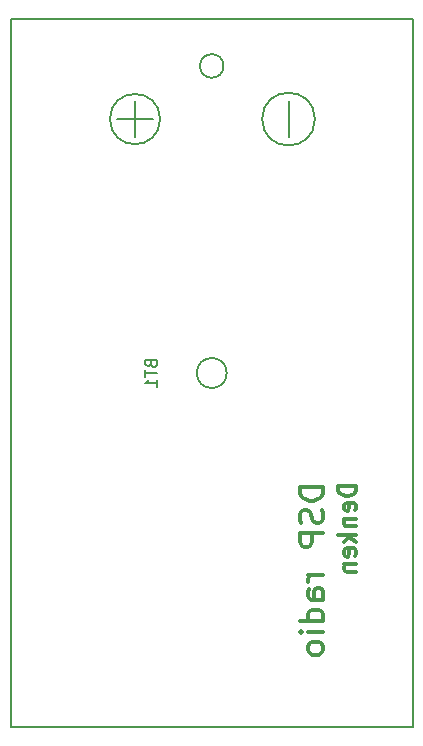
<source format=gbo>
G04 #@! TF.FileFunction,Legend,Bot*
%FSLAX46Y46*%
G04 Gerber Fmt 4.6, Leading zero omitted, Abs format (unit mm)*
G04 Created by KiCad (PCBNEW 4.0.1-stable) date 2016/10/28 19:13:38*
%MOMM*%
G01*
G04 APERTURE LIST*
%ADD10C,0.100000*%
%ADD11C,0.300000*%
%ADD12C,0.150000*%
G04 APERTURE END LIST*
D10*
D11*
X153678571Y-107357143D02*
X152178571Y-107357143D01*
X152178571Y-107714286D01*
X152250000Y-107928571D01*
X152392857Y-108071429D01*
X152535714Y-108142857D01*
X152821429Y-108214286D01*
X153035714Y-108214286D01*
X153321429Y-108142857D01*
X153464286Y-108071429D01*
X153607143Y-107928571D01*
X153678571Y-107714286D01*
X153678571Y-107357143D01*
X153607143Y-109428571D02*
X153678571Y-109285714D01*
X153678571Y-109000000D01*
X153607143Y-108857143D01*
X153464286Y-108785714D01*
X152892857Y-108785714D01*
X152750000Y-108857143D01*
X152678571Y-109000000D01*
X152678571Y-109285714D01*
X152750000Y-109428571D01*
X152892857Y-109500000D01*
X153035714Y-109500000D01*
X153178571Y-108785714D01*
X152678571Y-110142857D02*
X153678571Y-110142857D01*
X152821429Y-110142857D02*
X152750000Y-110214285D01*
X152678571Y-110357143D01*
X152678571Y-110571428D01*
X152750000Y-110714285D01*
X152892857Y-110785714D01*
X153678571Y-110785714D01*
X153678571Y-111500000D02*
X152178571Y-111500000D01*
X153107143Y-111642857D02*
X153678571Y-112071428D01*
X152678571Y-112071428D02*
X153250000Y-111500000D01*
X153607143Y-113285714D02*
X153678571Y-113142857D01*
X153678571Y-112857143D01*
X153607143Y-112714286D01*
X153464286Y-112642857D01*
X152892857Y-112642857D01*
X152750000Y-112714286D01*
X152678571Y-112857143D01*
X152678571Y-113142857D01*
X152750000Y-113285714D01*
X152892857Y-113357143D01*
X153035714Y-113357143D01*
X153178571Y-112642857D01*
X152678571Y-114000000D02*
X153678571Y-114000000D01*
X152821429Y-114000000D02*
X152750000Y-114071428D01*
X152678571Y-114214286D01*
X152678571Y-114428571D01*
X152750000Y-114571428D01*
X152892857Y-114642857D01*
X153678571Y-114642857D01*
X150904762Y-107452380D02*
X148904762Y-107452380D01*
X148904762Y-107928571D01*
X149000000Y-108214285D01*
X149190476Y-108404761D01*
X149380952Y-108500000D01*
X149761905Y-108595238D01*
X150047619Y-108595238D01*
X150428571Y-108500000D01*
X150619048Y-108404761D01*
X150809524Y-108214285D01*
X150904762Y-107928571D01*
X150904762Y-107452380D01*
X150809524Y-109357142D02*
X150904762Y-109642857D01*
X150904762Y-110119047D01*
X150809524Y-110309523D01*
X150714286Y-110404761D01*
X150523810Y-110500000D01*
X150333333Y-110500000D01*
X150142857Y-110404761D01*
X150047619Y-110309523D01*
X149952381Y-110119047D01*
X149857143Y-109738095D01*
X149761905Y-109547619D01*
X149666667Y-109452380D01*
X149476190Y-109357142D01*
X149285714Y-109357142D01*
X149095238Y-109452380D01*
X149000000Y-109547619D01*
X148904762Y-109738095D01*
X148904762Y-110214285D01*
X149000000Y-110500000D01*
X150904762Y-111357142D02*
X148904762Y-111357142D01*
X148904762Y-112119047D01*
X149000000Y-112309523D01*
X149095238Y-112404762D01*
X149285714Y-112500000D01*
X149571429Y-112500000D01*
X149761905Y-112404762D01*
X149857143Y-112309523D01*
X149952381Y-112119047D01*
X149952381Y-111357142D01*
X150904762Y-114880952D02*
X149571429Y-114880952D01*
X149952381Y-114880952D02*
X149761905Y-114976191D01*
X149666667Y-115071429D01*
X149571429Y-115261905D01*
X149571429Y-115452381D01*
X150904762Y-116976190D02*
X149857143Y-116976190D01*
X149666667Y-116880952D01*
X149571429Y-116690476D01*
X149571429Y-116309524D01*
X149666667Y-116119047D01*
X150809524Y-116976190D02*
X150904762Y-116785714D01*
X150904762Y-116309524D01*
X150809524Y-116119047D01*
X150619048Y-116023809D01*
X150428571Y-116023809D01*
X150238095Y-116119047D01*
X150142857Y-116309524D01*
X150142857Y-116785714D01*
X150047619Y-116976190D01*
X150904762Y-118785714D02*
X148904762Y-118785714D01*
X150809524Y-118785714D02*
X150904762Y-118595238D01*
X150904762Y-118214286D01*
X150809524Y-118023810D01*
X150714286Y-117928571D01*
X150523810Y-117833333D01*
X149952381Y-117833333D01*
X149761905Y-117928571D01*
X149666667Y-118023810D01*
X149571429Y-118214286D01*
X149571429Y-118595238D01*
X149666667Y-118785714D01*
X150904762Y-119738095D02*
X149571429Y-119738095D01*
X148904762Y-119738095D02*
X149000000Y-119642857D01*
X149095238Y-119738095D01*
X149000000Y-119833334D01*
X148904762Y-119738095D01*
X149095238Y-119738095D01*
X150904762Y-120976191D02*
X150809524Y-120785715D01*
X150714286Y-120690476D01*
X150523810Y-120595238D01*
X149952381Y-120595238D01*
X149761905Y-120690476D01*
X149666667Y-120785715D01*
X149571429Y-120976191D01*
X149571429Y-121261905D01*
X149666667Y-121452381D01*
X149761905Y-121547619D01*
X149952381Y-121642857D01*
X150523810Y-121642857D01*
X150714286Y-121547619D01*
X150809524Y-121452381D01*
X150904762Y-121261905D01*
X150904762Y-120976191D01*
D12*
X141460000Y-67800000D02*
X158460000Y-67800000D01*
X158460000Y-67800000D02*
X158460000Y-127800000D01*
X158460000Y-127800000D02*
X124460000Y-127800000D01*
X124460000Y-127800000D02*
X124460000Y-67800000D01*
X124460000Y-67800000D02*
X141460000Y-67800000D01*
X137081320Y-76300000D02*
G75*
G03X137081320Y-76300000I-2121320J0D01*
G01*
X150196068Y-76300000D02*
G75*
G03X150196068Y-76300000I-2236068J0D01*
G01*
X136460000Y-76300000D02*
X133460000Y-76300000D01*
X134960000Y-77800000D02*
X134960000Y-74800000D01*
X147960000Y-77800000D02*
X147960000Y-74800000D01*
X142460000Y-71800000D02*
G75*
G03X142460000Y-71800000I-1000000J0D01*
G01*
X142730000Y-97800000D02*
G75*
G03X142730000Y-97800000I-1270000J0D01*
G01*
X136308571Y-97014286D02*
X136356190Y-97157143D01*
X136403810Y-97204762D01*
X136499048Y-97252381D01*
X136641905Y-97252381D01*
X136737143Y-97204762D01*
X136784762Y-97157143D01*
X136832381Y-97061905D01*
X136832381Y-96680952D01*
X135832381Y-96680952D01*
X135832381Y-97014286D01*
X135880000Y-97109524D01*
X135927619Y-97157143D01*
X136022857Y-97204762D01*
X136118095Y-97204762D01*
X136213333Y-97157143D01*
X136260952Y-97109524D01*
X136308571Y-97014286D01*
X136308571Y-96680952D01*
X135832381Y-97538095D02*
X135832381Y-98109524D01*
X136832381Y-97823809D02*
X135832381Y-97823809D01*
X136832381Y-98966667D02*
X136832381Y-98395238D01*
X136832381Y-98680952D02*
X135832381Y-98680952D01*
X135975238Y-98585714D01*
X136070476Y-98490476D01*
X136118095Y-98395238D01*
M02*

</source>
